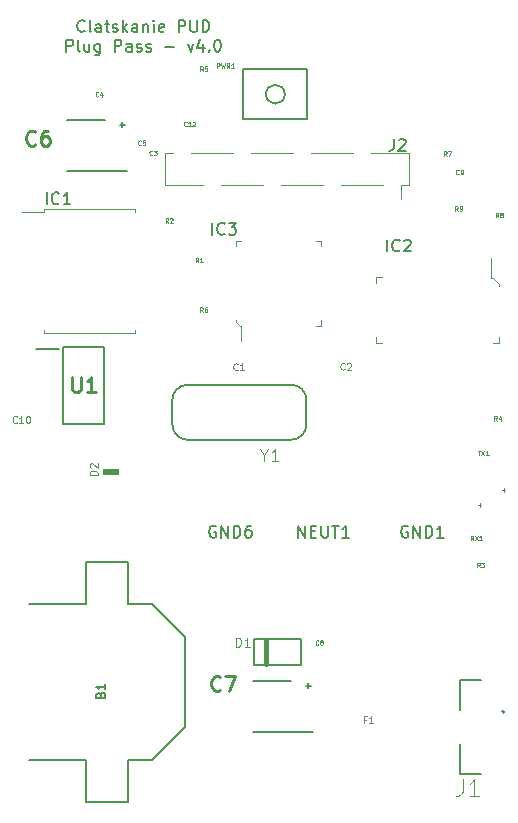
<source format=gto>
G04 #@! TF.GenerationSoftware,KiCad,Pcbnew,(5.1.10)-1*
G04 #@! TF.CreationDate,2021-10-14T14:39:51-07:00*
G04 #@! TF.ProjectId,Plug_Pass,506c7567-5f50-4617-9373-2e6b69636164,v3.1*
G04 #@! TF.SameCoordinates,Original*
G04 #@! TF.FileFunction,Legend,Top*
G04 #@! TF.FilePolarity,Positive*
%FSLAX46Y46*%
G04 Gerber Fmt 4.6, Leading zero omitted, Abs format (unit mm)*
G04 Created by KiCad (PCBNEW (5.1.10)-1) date 2021-10-14 14:39:51*
%MOMM*%
%LPD*%
G01*
G04 APERTURE LIST*
%ADD10C,0.150000*%
%ADD11C,0.200000*%
%ADD12C,0.010000*%
%ADD13C,0.100000*%
%ADD14C,0.127000*%
%ADD15C,0.120000*%
%ADD16C,0.406400*%
%ADD17C,0.203200*%
%ADD18C,0.254000*%
%ADD19C,0.015000*%
%ADD20C,0.038608*%
%ADD21C,0.050800*%
%ADD22C,0.046329*%
%ADD23C,0.061772*%
%ADD24C,0.138988*%
G04 APERTURE END LIST*
D10*
X139041809Y-51793142D02*
X138994190Y-51840761D01*
X138851333Y-51888380D01*
X138756095Y-51888380D01*
X138613238Y-51840761D01*
X138518000Y-51745523D01*
X138470380Y-51650285D01*
X138422761Y-51459809D01*
X138422761Y-51316952D01*
X138470380Y-51126476D01*
X138518000Y-51031238D01*
X138613238Y-50936000D01*
X138756095Y-50888380D01*
X138851333Y-50888380D01*
X138994190Y-50936000D01*
X139041809Y-50983619D01*
X139613238Y-51888380D02*
X139518000Y-51840761D01*
X139470380Y-51745523D01*
X139470380Y-50888380D01*
X140422761Y-51888380D02*
X140422761Y-51364571D01*
X140375142Y-51269333D01*
X140279904Y-51221714D01*
X140089428Y-51221714D01*
X139994190Y-51269333D01*
X140422761Y-51840761D02*
X140327523Y-51888380D01*
X140089428Y-51888380D01*
X139994190Y-51840761D01*
X139946571Y-51745523D01*
X139946571Y-51650285D01*
X139994190Y-51555047D01*
X140089428Y-51507428D01*
X140327523Y-51507428D01*
X140422761Y-51459809D01*
X140756095Y-51221714D02*
X141137047Y-51221714D01*
X140898952Y-50888380D02*
X140898952Y-51745523D01*
X140946571Y-51840761D01*
X141041809Y-51888380D01*
X141137047Y-51888380D01*
X141422761Y-51840761D02*
X141518000Y-51888380D01*
X141708476Y-51888380D01*
X141803714Y-51840761D01*
X141851333Y-51745523D01*
X141851333Y-51697904D01*
X141803714Y-51602666D01*
X141708476Y-51555047D01*
X141565619Y-51555047D01*
X141470380Y-51507428D01*
X141422761Y-51412190D01*
X141422761Y-51364571D01*
X141470380Y-51269333D01*
X141565619Y-51221714D01*
X141708476Y-51221714D01*
X141803714Y-51269333D01*
X142279904Y-51888380D02*
X142279904Y-50888380D01*
X142375142Y-51507428D02*
X142660857Y-51888380D01*
X142660857Y-51221714D02*
X142279904Y-51602666D01*
X143518000Y-51888380D02*
X143518000Y-51364571D01*
X143470380Y-51269333D01*
X143375142Y-51221714D01*
X143184666Y-51221714D01*
X143089428Y-51269333D01*
X143518000Y-51840761D02*
X143422761Y-51888380D01*
X143184666Y-51888380D01*
X143089428Y-51840761D01*
X143041809Y-51745523D01*
X143041809Y-51650285D01*
X143089428Y-51555047D01*
X143184666Y-51507428D01*
X143422761Y-51507428D01*
X143518000Y-51459809D01*
X143994190Y-51221714D02*
X143994190Y-51888380D01*
X143994190Y-51316952D02*
X144041809Y-51269333D01*
X144137047Y-51221714D01*
X144279904Y-51221714D01*
X144375142Y-51269333D01*
X144422761Y-51364571D01*
X144422761Y-51888380D01*
X144898952Y-51888380D02*
X144898952Y-51221714D01*
X144898952Y-50888380D02*
X144851333Y-50936000D01*
X144898952Y-50983619D01*
X144946571Y-50936000D01*
X144898952Y-50888380D01*
X144898952Y-50983619D01*
X145756095Y-51840761D02*
X145660857Y-51888380D01*
X145470380Y-51888380D01*
X145375142Y-51840761D01*
X145327523Y-51745523D01*
X145327523Y-51364571D01*
X145375142Y-51269333D01*
X145470380Y-51221714D01*
X145660857Y-51221714D01*
X145756095Y-51269333D01*
X145803714Y-51364571D01*
X145803714Y-51459809D01*
X145327523Y-51555047D01*
X146994190Y-51888380D02*
X146994190Y-50888380D01*
X147375142Y-50888380D01*
X147470380Y-50936000D01*
X147518000Y-50983619D01*
X147565619Y-51078857D01*
X147565619Y-51221714D01*
X147518000Y-51316952D01*
X147470380Y-51364571D01*
X147375142Y-51412190D01*
X146994190Y-51412190D01*
X147994190Y-50888380D02*
X147994190Y-51697904D01*
X148041809Y-51793142D01*
X148089428Y-51840761D01*
X148184666Y-51888380D01*
X148375142Y-51888380D01*
X148470380Y-51840761D01*
X148518000Y-51793142D01*
X148565619Y-51697904D01*
X148565619Y-50888380D01*
X149041809Y-51888380D02*
X149041809Y-50888380D01*
X149279904Y-50888380D01*
X149422761Y-50936000D01*
X149518000Y-51031238D01*
X149565619Y-51126476D01*
X149613238Y-51316952D01*
X149613238Y-51459809D01*
X149565619Y-51650285D01*
X149518000Y-51745523D01*
X149422761Y-51840761D01*
X149279904Y-51888380D01*
X149041809Y-51888380D01*
X137494190Y-53538380D02*
X137494190Y-52538380D01*
X137875142Y-52538380D01*
X137970380Y-52586000D01*
X138018000Y-52633619D01*
X138065619Y-52728857D01*
X138065619Y-52871714D01*
X138018000Y-52966952D01*
X137970380Y-53014571D01*
X137875142Y-53062190D01*
X137494190Y-53062190D01*
X138637047Y-53538380D02*
X138541809Y-53490761D01*
X138494190Y-53395523D01*
X138494190Y-52538380D01*
X139446571Y-52871714D02*
X139446571Y-53538380D01*
X139018000Y-52871714D02*
X139018000Y-53395523D01*
X139065619Y-53490761D01*
X139160857Y-53538380D01*
X139303714Y-53538380D01*
X139398952Y-53490761D01*
X139446571Y-53443142D01*
X140351333Y-52871714D02*
X140351333Y-53681238D01*
X140303714Y-53776476D01*
X140256095Y-53824095D01*
X140160857Y-53871714D01*
X140018000Y-53871714D01*
X139922761Y-53824095D01*
X140351333Y-53490761D02*
X140256095Y-53538380D01*
X140065619Y-53538380D01*
X139970380Y-53490761D01*
X139922761Y-53443142D01*
X139875142Y-53347904D01*
X139875142Y-53062190D01*
X139922761Y-52966952D01*
X139970380Y-52919333D01*
X140065619Y-52871714D01*
X140256095Y-52871714D01*
X140351333Y-52919333D01*
X141589428Y-53538380D02*
X141589428Y-52538380D01*
X141970380Y-52538380D01*
X142065619Y-52586000D01*
X142113238Y-52633619D01*
X142160857Y-52728857D01*
X142160857Y-52871714D01*
X142113238Y-52966952D01*
X142065619Y-53014571D01*
X141970380Y-53062190D01*
X141589428Y-53062190D01*
X143018000Y-53538380D02*
X143018000Y-53014571D01*
X142970380Y-52919333D01*
X142875142Y-52871714D01*
X142684666Y-52871714D01*
X142589428Y-52919333D01*
X143018000Y-53490761D02*
X142922761Y-53538380D01*
X142684666Y-53538380D01*
X142589428Y-53490761D01*
X142541809Y-53395523D01*
X142541809Y-53300285D01*
X142589428Y-53205047D01*
X142684666Y-53157428D01*
X142922761Y-53157428D01*
X143018000Y-53109809D01*
X143446571Y-53490761D02*
X143541809Y-53538380D01*
X143732285Y-53538380D01*
X143827523Y-53490761D01*
X143875142Y-53395523D01*
X143875142Y-53347904D01*
X143827523Y-53252666D01*
X143732285Y-53205047D01*
X143589428Y-53205047D01*
X143494190Y-53157428D01*
X143446571Y-53062190D01*
X143446571Y-53014571D01*
X143494190Y-52919333D01*
X143589428Y-52871714D01*
X143732285Y-52871714D01*
X143827523Y-52919333D01*
X144256095Y-53490761D02*
X144351333Y-53538380D01*
X144541809Y-53538380D01*
X144637047Y-53490761D01*
X144684666Y-53395523D01*
X144684666Y-53347904D01*
X144637047Y-53252666D01*
X144541809Y-53205047D01*
X144398952Y-53205047D01*
X144303714Y-53157428D01*
X144256095Y-53062190D01*
X144256095Y-53014571D01*
X144303714Y-52919333D01*
X144398952Y-52871714D01*
X144541809Y-52871714D01*
X144637047Y-52919333D01*
X145875142Y-53157428D02*
X146637047Y-53157428D01*
X147779904Y-52871714D02*
X148018000Y-53538380D01*
X148256095Y-52871714D01*
X149065619Y-52871714D02*
X149065619Y-53538380D01*
X148827523Y-52490761D02*
X148589428Y-53205047D01*
X149208476Y-53205047D01*
X149589428Y-53443142D02*
X149637047Y-53490761D01*
X149589428Y-53538380D01*
X149541809Y-53490761D01*
X149589428Y-53443142D01*
X149589428Y-53538380D01*
X150256095Y-52538380D02*
X150351333Y-52538380D01*
X150446571Y-52586000D01*
X150494190Y-52633619D01*
X150541809Y-52728857D01*
X150589428Y-52919333D01*
X150589428Y-53157428D01*
X150541809Y-53347904D01*
X150494190Y-53443142D01*
X150446571Y-53490761D01*
X150351333Y-53538380D01*
X150256095Y-53538380D01*
X150160857Y-53490761D01*
X150113238Y-53443142D01*
X150065619Y-53347904D01*
X150017999Y-53157428D01*
X150017999Y-52919333D01*
X150065619Y-52728857D01*
X150113238Y-52633619D01*
X150160857Y-52586000D01*
X150256095Y-52538380D01*
D11*
X137213000Y-78538000D02*
X140663000Y-78538000D01*
X140663000Y-78538000D02*
X140663000Y-85038000D01*
X140663000Y-85038000D02*
X137213000Y-85038000D01*
X137213000Y-85038000D02*
X137213000Y-78538000D01*
X134913000Y-78688000D02*
X136863000Y-78688000D01*
D12*
G36*
X140599000Y-89271028D02*
G01*
X140599000Y-88846000D01*
X141849028Y-88846000D01*
X141849028Y-89271028D01*
X140599000Y-89271028D01*
G37*
X140599000Y-89271028D02*
X140599000Y-88846000D01*
X141849028Y-88846000D01*
X141849028Y-89271028D01*
X140599000Y-89271028D01*
D13*
X163710000Y-72638000D02*
X164210000Y-72638000D01*
X163710000Y-72638000D02*
X163710000Y-73138000D01*
X163710000Y-78238000D02*
X164210000Y-78238000D01*
X163710000Y-78238000D02*
X163710000Y-77738000D01*
X174110000Y-78238000D02*
X173610000Y-78238000D01*
X174110000Y-78238000D02*
X174110000Y-77738000D01*
X173435000Y-72688000D02*
X173435000Y-71013000D01*
X173585000Y-72688000D02*
X173435000Y-72688000D01*
X174110000Y-73213000D02*
X173585000Y-72688000D01*
X174110000Y-73388000D02*
X174110000Y-73213000D01*
X159048000Y-76752000D02*
X158598000Y-76752000D01*
X159048000Y-76752000D02*
X159048000Y-76302000D01*
X159048000Y-69552000D02*
X159048000Y-70002000D01*
X159048000Y-69552000D02*
X158598000Y-69552000D01*
X151848000Y-69552000D02*
X152298000Y-69552000D01*
X151848000Y-69552000D02*
X151848000Y-70002000D01*
X152298000Y-76752000D02*
X152298000Y-78052000D01*
X152198000Y-76752000D02*
X152298000Y-76752000D01*
X151848000Y-76402000D02*
X152198000Y-76752000D01*
X151848000Y-76302000D02*
X151848000Y-76402000D01*
D14*
X156551000Y-86404000D02*
X147741000Y-86404000D01*
X157821000Y-83064000D02*
X157821000Y-85084000D01*
X147741000Y-81744000D02*
X156551000Y-81744000D01*
X146471000Y-85084000D02*
X146471000Y-83064000D01*
X147741000Y-86404000D02*
G75*
G02*
X146471000Y-85084000I25000J1295000D01*
G01*
X157821000Y-85084000D02*
G75*
G02*
X156551000Y-86404000I-1295000J-25000D01*
G01*
X156551000Y-81744000D02*
G75*
G02*
X157821000Y-83064000I-25000J-1295000D01*
G01*
X146471000Y-83064000D02*
G75*
G02*
X147741000Y-81744000I1295000J25000D01*
G01*
X157894000Y-55050000D02*
X152494000Y-55050000D01*
X157894000Y-59250000D02*
X157894000Y-55050000D01*
X152494000Y-59250000D02*
X157894000Y-59250000D01*
X152494000Y-55050000D02*
X152494000Y-59250000D01*
X155994000Y-57150000D02*
G75*
G03*
X155994000Y-57150000I-800000J0D01*
G01*
D15*
X165860000Y-64830000D02*
X165860000Y-66040000D01*
X146560000Y-62170000D02*
X145890000Y-62170000D01*
X151640000Y-62170000D02*
X148080000Y-62170000D01*
X156720000Y-62170000D02*
X153160000Y-62170000D01*
X161800000Y-62170000D02*
X158240000Y-62170000D01*
X166530000Y-62170000D02*
X163320000Y-62170000D01*
X145890000Y-62170000D02*
X145890000Y-64830000D01*
X149100000Y-64830000D02*
X145890000Y-64830000D01*
X154180000Y-64830000D02*
X150620000Y-64830000D01*
X159260000Y-64830000D02*
X155700000Y-64830000D01*
X164340000Y-64830000D02*
X160780000Y-64830000D01*
X166530000Y-64830000D02*
X165860000Y-64830000D01*
X166530000Y-62170000D02*
X166530000Y-64830000D01*
D11*
X174582000Y-109444000D02*
G75*
G03*
X174582000Y-109444000I-100000J0D01*
G01*
D14*
X170832000Y-114744000D02*
X170832000Y-112164000D01*
X172612000Y-114744000D02*
X170832000Y-114744000D01*
X170832000Y-106744000D02*
X170832000Y-109324000D01*
X172612000Y-106744000D02*
X170832000Y-106744000D01*
D15*
X135586000Y-67131000D02*
X133771000Y-67131000D01*
X135586000Y-66876000D02*
X135586000Y-67131000D01*
X139446000Y-66876000D02*
X135586000Y-66876000D01*
X143306000Y-66876000D02*
X143306000Y-67131000D01*
X139446000Y-66876000D02*
X143306000Y-66876000D01*
X135586000Y-77396000D02*
X135586000Y-77141000D01*
X139446000Y-77396000D02*
X135586000Y-77396000D01*
X143306000Y-77396000D02*
X143306000Y-77141000D01*
X139446000Y-77396000D02*
X143306000Y-77396000D01*
D16*
X154386000Y-103394000D02*
X154386000Y-105394000D01*
D14*
X153386000Y-103294000D02*
X153386000Y-105494000D01*
X157386000Y-103294000D02*
X153386000Y-103294000D01*
X157386000Y-105494000D02*
X157386000Y-103294000D01*
X153386000Y-105494000D02*
X157386000Y-105494000D01*
D11*
X156523000Y-106816000D02*
X153298000Y-106816000D01*
X158398000Y-111116000D02*
X153298000Y-111116000D01*
X140775000Y-59318000D02*
X137550000Y-59318000D01*
X142650000Y-63618000D02*
X137550000Y-63618000D01*
D17*
X139192000Y-117094000D02*
X142748000Y-117094000D01*
X139192000Y-113538000D02*
X139192000Y-117094000D01*
X134366000Y-113538000D02*
X139192000Y-113538000D01*
X139192000Y-100330000D02*
X134366000Y-100330000D01*
X139192000Y-96774000D02*
X139192000Y-100330000D01*
X142748000Y-96774000D02*
X139192000Y-96774000D01*
X142748000Y-100330000D02*
X142748000Y-96774000D01*
X144780000Y-100330000D02*
X142748000Y-100330000D01*
X147574000Y-103124000D02*
X144780000Y-100330000D01*
X147574000Y-110744000D02*
X147574000Y-103124000D01*
X144780000Y-113538000D02*
X147574000Y-110744000D01*
X142748000Y-113538000D02*
X144780000Y-113538000D01*
X142748000Y-117094000D02*
X142748000Y-113538000D01*
D18*
X137970380Y-81092523D02*
X137970380Y-82120619D01*
X138030857Y-82241571D01*
X138091333Y-82302047D01*
X138212285Y-82362523D01*
X138454190Y-82362523D01*
X138575142Y-82302047D01*
X138635619Y-82241571D01*
X138696095Y-82120619D01*
X138696095Y-81092523D01*
X139966095Y-82362523D02*
X139240380Y-82362523D01*
X139603238Y-82362523D02*
X139603238Y-81092523D01*
X139482285Y-81273952D01*
X139361333Y-81394904D01*
X139240380Y-81455380D01*
D19*
X140135380Y-89387571D02*
X139494354Y-89387571D01*
X139494354Y-89234946D01*
X139524880Y-89143370D01*
X139585930Y-89082320D01*
X139646980Y-89051795D01*
X139769080Y-89021270D01*
X139860655Y-89021270D01*
X139982755Y-89051795D01*
X140043805Y-89082320D01*
X140104855Y-89143370D01*
X140135380Y-89234946D01*
X140135380Y-89387571D01*
X139555405Y-88777070D02*
X139524880Y-88746545D01*
X139494354Y-88685495D01*
X139494354Y-88532869D01*
X139524880Y-88471819D01*
X139555405Y-88441294D01*
X139616455Y-88410769D01*
X139677505Y-88410769D01*
X139769080Y-88441294D01*
X140135380Y-88807595D01*
X140135380Y-88410769D01*
D10*
X164667024Y-70466159D02*
X164667024Y-69466159D01*
X165714643Y-70370921D02*
X165667024Y-70418540D01*
X165524167Y-70466159D01*
X165428929Y-70466159D01*
X165286072Y-70418540D01*
X165190834Y-70323302D01*
X165143215Y-70228064D01*
X165095595Y-70037588D01*
X165095595Y-69894731D01*
X165143215Y-69704255D01*
X165190834Y-69609017D01*
X165286072Y-69513779D01*
X165428929Y-69466159D01*
X165524167Y-69466159D01*
X165667024Y-69513779D01*
X165714643Y-69561398D01*
X166095595Y-69561398D02*
X166143215Y-69513779D01*
X166238453Y-69466159D01*
X166476548Y-69466159D01*
X166571786Y-69513779D01*
X166619405Y-69561398D01*
X166667024Y-69656636D01*
X166667024Y-69751874D01*
X166619405Y-69894731D01*
X166047976Y-70466159D01*
X166667024Y-70466159D01*
X149847851Y-69049556D02*
X149847851Y-68049556D01*
X150895470Y-68954318D02*
X150847851Y-69001937D01*
X150704994Y-69049556D01*
X150609756Y-69049556D01*
X150466899Y-69001937D01*
X150371661Y-68906699D01*
X150324042Y-68811461D01*
X150276422Y-68620985D01*
X150276422Y-68478128D01*
X150324042Y-68287652D01*
X150371661Y-68192414D01*
X150466899Y-68097176D01*
X150609756Y-68049556D01*
X150704994Y-68049556D01*
X150847851Y-68097176D01*
X150895470Y-68144795D01*
X151228803Y-68049556D02*
X151847851Y-68049556D01*
X151514518Y-68430509D01*
X151657375Y-68430509D01*
X151752613Y-68478128D01*
X151800232Y-68525747D01*
X151847851Y-68620985D01*
X151847851Y-68859080D01*
X151800232Y-68954318D01*
X151752613Y-69001937D01*
X151657375Y-69049556D01*
X151371661Y-69049556D01*
X151276422Y-69001937D01*
X151228803Y-68954318D01*
D19*
X154266508Y-87688106D02*
X154266508Y-88164682D01*
X153932904Y-87163871D02*
X154266508Y-87688106D01*
X154600112Y-87163871D01*
X155457950Y-88164682D02*
X154886058Y-88164682D01*
X155172004Y-88164682D02*
X155172004Y-87163871D01*
X155076688Y-87306844D01*
X154981373Y-87402160D01*
X154886058Y-87449817D01*
D20*
X172325553Y-87338441D02*
X172546170Y-87338441D01*
X172435861Y-87724521D02*
X172435861Y-87338441D01*
X172638094Y-87338441D02*
X172895480Y-87724521D01*
X172895480Y-87338441D02*
X172638094Y-87724521D01*
X173244791Y-87724521D02*
X173024174Y-87724521D01*
X173134482Y-87724521D02*
X173134482Y-87338441D01*
X173097713Y-87393595D01*
X173060943Y-87430365D01*
X173024174Y-87448749D01*
D21*
X174525214Y-90823142D02*
X174525214Y-90532857D01*
X174670357Y-90678000D02*
X174380071Y-90678000D01*
D20*
X171955226Y-94910152D02*
X171826533Y-94726304D01*
X171734609Y-94910152D02*
X171734609Y-94524072D01*
X171881687Y-94524072D01*
X171918457Y-94542457D01*
X171936841Y-94560841D01*
X171955226Y-94597611D01*
X171955226Y-94652765D01*
X171936841Y-94689535D01*
X171918457Y-94707919D01*
X171881687Y-94726304D01*
X171734609Y-94726304D01*
X172083920Y-94524072D02*
X172341306Y-94910152D01*
X172341306Y-94524072D02*
X172083920Y-94910152D01*
X172690617Y-94910152D02*
X172470000Y-94910152D01*
X172580308Y-94910152D02*
X172580308Y-94524072D01*
X172543539Y-94579226D01*
X172506769Y-94615996D01*
X172470000Y-94634380D01*
D21*
X172493214Y-92093142D02*
X172493214Y-91802857D01*
X172638357Y-91948000D02*
X172348071Y-91948000D01*
D20*
X149052210Y-75589063D02*
X148923516Y-75405215D01*
X148831593Y-75589063D02*
X148831593Y-75202983D01*
X148978671Y-75202983D01*
X149015440Y-75221368D01*
X149033825Y-75239752D01*
X149052210Y-75276522D01*
X149052210Y-75331676D01*
X149033825Y-75368446D01*
X149015440Y-75386830D01*
X148978671Y-75405215D01*
X148831593Y-75405215D01*
X149383135Y-75202983D02*
X149309596Y-75202983D01*
X149272827Y-75221368D01*
X149254442Y-75239752D01*
X149217673Y-75294907D01*
X149199288Y-75368446D01*
X149199288Y-75515524D01*
X149217673Y-75552293D01*
X149236057Y-75570678D01*
X149272827Y-75589063D01*
X149346366Y-75589063D01*
X149383135Y-75570678D01*
X149401520Y-75552293D01*
X149419905Y-75515524D01*
X149419905Y-75423600D01*
X149401520Y-75386830D01*
X149383135Y-75368446D01*
X149346366Y-75350061D01*
X149272827Y-75350061D01*
X149236057Y-75368446D01*
X149217673Y-75386830D01*
X149199288Y-75423600D01*
X149072936Y-55187721D02*
X148944242Y-55003873D01*
X148852319Y-55187721D02*
X148852319Y-54801641D01*
X148999397Y-54801641D01*
X149036166Y-54820026D01*
X149054551Y-54838410D01*
X149072936Y-54875180D01*
X149072936Y-54930334D01*
X149054551Y-54967104D01*
X149036166Y-54985488D01*
X148999397Y-55003873D01*
X148852319Y-55003873D01*
X149422246Y-54801641D02*
X149238399Y-54801641D01*
X149220014Y-54985488D01*
X149238399Y-54967104D01*
X149275168Y-54948719D01*
X149367092Y-54948719D01*
X149403861Y-54967104D01*
X149422246Y-54985488D01*
X149440631Y-55022258D01*
X149440631Y-55114182D01*
X149422246Y-55150951D01*
X149403861Y-55169336D01*
X149367092Y-55187721D01*
X149275168Y-55187721D01*
X149238399Y-55169336D01*
X149220014Y-55150951D01*
X173945592Y-84778856D02*
X173816899Y-84595008D01*
X173724975Y-84778856D02*
X173724975Y-84392776D01*
X173872053Y-84392776D01*
X173908822Y-84411161D01*
X173927207Y-84429545D01*
X173945592Y-84466315D01*
X173945592Y-84521469D01*
X173927207Y-84558239D01*
X173908822Y-84576623D01*
X173872053Y-84595008D01*
X173724975Y-84595008D01*
X174276518Y-84521469D02*
X174276518Y-84778856D01*
X174184594Y-84374391D02*
X174092670Y-84650162D01*
X174331672Y-84650162D01*
X172509050Y-97205676D02*
X172380356Y-97021828D01*
X172288433Y-97205676D02*
X172288433Y-96819596D01*
X172435511Y-96819596D01*
X172472280Y-96837981D01*
X172490665Y-96856365D01*
X172509050Y-96893135D01*
X172509050Y-96948289D01*
X172490665Y-96985059D01*
X172472280Y-97003443D01*
X172435511Y-97021828D01*
X172288433Y-97021828D01*
X172637743Y-96819596D02*
X172876745Y-96819596D01*
X172748052Y-96966674D01*
X172803206Y-96966674D01*
X172839975Y-96985059D01*
X172858360Y-97003443D01*
X172876745Y-97040213D01*
X172876745Y-97132137D01*
X172858360Y-97168906D01*
X172839975Y-97187291D01*
X172803206Y-97205676D01*
X172692897Y-97205676D01*
X172656128Y-97187291D01*
X172637743Y-97168906D01*
X146129725Y-68038772D02*
X146001031Y-67854924D01*
X145909108Y-68038772D02*
X145909108Y-67652692D01*
X146056186Y-67652692D01*
X146092955Y-67671077D01*
X146111340Y-67689461D01*
X146129725Y-67726231D01*
X146129725Y-67781385D01*
X146111340Y-67818155D01*
X146092955Y-67836539D01*
X146056186Y-67854924D01*
X145909108Y-67854924D01*
X146276803Y-67689461D02*
X146295188Y-67671077D01*
X146331957Y-67652692D01*
X146423881Y-67652692D01*
X146460650Y-67671077D01*
X146479035Y-67689461D01*
X146497420Y-67726231D01*
X146497420Y-67763000D01*
X146479035Y-67818155D01*
X146258418Y-68038772D01*
X146497420Y-68038772D01*
X148656965Y-71399534D02*
X148528271Y-71215686D01*
X148436348Y-71399534D02*
X148436348Y-71013454D01*
X148583426Y-71013454D01*
X148620195Y-71031839D01*
X148638580Y-71050223D01*
X148656965Y-71086993D01*
X148656965Y-71142147D01*
X148638580Y-71178917D01*
X148620195Y-71197301D01*
X148583426Y-71215686D01*
X148436348Y-71215686D01*
X149024660Y-71399534D02*
X148804043Y-71399534D01*
X148914351Y-71399534D02*
X148914351Y-71013454D01*
X148877582Y-71068608D01*
X148840812Y-71105378D01*
X148804043Y-71123762D01*
X150261184Y-54924657D02*
X150261184Y-54538577D01*
X150408262Y-54538577D01*
X150445031Y-54556962D01*
X150463416Y-54575346D01*
X150481801Y-54612116D01*
X150481801Y-54667270D01*
X150463416Y-54704040D01*
X150445031Y-54722424D01*
X150408262Y-54740809D01*
X150261184Y-54740809D01*
X150610494Y-54538577D02*
X150702418Y-54924657D01*
X150775957Y-54648885D01*
X150849496Y-54924657D01*
X150941420Y-54538577D01*
X151309115Y-54924657D02*
X151180422Y-54740809D01*
X151088498Y-54924657D02*
X151088498Y-54538577D01*
X151235576Y-54538577D01*
X151272345Y-54556962D01*
X151290730Y-54575346D01*
X151309115Y-54612116D01*
X151309115Y-54667270D01*
X151290730Y-54704040D01*
X151272345Y-54722424D01*
X151235576Y-54740809D01*
X151088498Y-54740809D01*
X151676810Y-54924657D02*
X151456193Y-54924657D01*
X151566502Y-54924657D02*
X151566502Y-54538577D01*
X151529732Y-54593731D01*
X151492963Y-54630501D01*
X151456193Y-54648885D01*
D10*
X157138952Y-94686380D02*
X157138952Y-93686380D01*
X157710380Y-94686380D01*
X157710380Y-93686380D01*
X158186571Y-94162571D02*
X158519904Y-94162571D01*
X158662761Y-94686380D02*
X158186571Y-94686380D01*
X158186571Y-93686380D01*
X158662761Y-93686380D01*
X159091333Y-93686380D02*
X159091333Y-94495904D01*
X159138952Y-94591142D01*
X159186571Y-94638761D01*
X159281809Y-94686380D01*
X159472285Y-94686380D01*
X159567523Y-94638761D01*
X159615142Y-94591142D01*
X159662761Y-94495904D01*
X159662761Y-93686380D01*
X159996095Y-93686380D02*
X160567523Y-93686380D01*
X160281809Y-94686380D02*
X160281809Y-93686380D01*
X161424666Y-94686380D02*
X160853238Y-94686380D01*
X161138952Y-94686380D02*
X161138952Y-93686380D01*
X161043714Y-93829238D01*
X160948476Y-93924476D01*
X160853238Y-93972095D01*
X165218084Y-60950452D02*
X165218084Y-61664738D01*
X165170465Y-61807595D01*
X165075227Y-61902833D01*
X164932370Y-61950452D01*
X164837132Y-61950452D01*
X165646656Y-61045691D02*
X165694275Y-60998072D01*
X165789513Y-60950452D01*
X166027608Y-60950452D01*
X166122846Y-60998072D01*
X166170465Y-61045691D01*
X166218084Y-61140929D01*
X166218084Y-61236167D01*
X166170465Y-61379024D01*
X165599037Y-61950452D01*
X166218084Y-61950452D01*
D19*
X171042424Y-115142043D02*
X171042424Y-116142043D01*
X170975757Y-116342043D01*
X170842424Y-116475376D01*
X170642424Y-116542043D01*
X170509091Y-116542043D01*
X172442424Y-116542043D02*
X171642424Y-116542043D01*
X172042424Y-116542043D02*
X172042424Y-115142043D01*
X171909091Y-115342043D01*
X171775757Y-115475376D01*
X171642424Y-115542043D01*
D10*
X135831902Y-66464200D02*
X135831902Y-65464200D01*
X136879521Y-66368962D02*
X136831902Y-66416581D01*
X136689045Y-66464200D01*
X136593807Y-66464200D01*
X136450950Y-66416581D01*
X136355712Y-66321343D01*
X136308093Y-66226105D01*
X136260473Y-66035629D01*
X136260473Y-65892772D01*
X136308093Y-65702296D01*
X136355712Y-65607058D01*
X136450950Y-65511820D01*
X136593807Y-65464200D01*
X136689045Y-65464200D01*
X136831902Y-65511820D01*
X136879521Y-65559439D01*
X137831902Y-66464200D02*
X137260473Y-66464200D01*
X137546188Y-66464200D02*
X137546188Y-65464200D01*
X137450950Y-65607058D01*
X137355712Y-65702296D01*
X137260473Y-65749915D01*
X166401904Y-93734000D02*
X166306666Y-93686380D01*
X166163809Y-93686380D01*
X166020952Y-93734000D01*
X165925714Y-93829238D01*
X165878095Y-93924476D01*
X165830476Y-94114952D01*
X165830476Y-94257809D01*
X165878095Y-94448285D01*
X165925714Y-94543523D01*
X166020952Y-94638761D01*
X166163809Y-94686380D01*
X166259047Y-94686380D01*
X166401904Y-94638761D01*
X166449523Y-94591142D01*
X166449523Y-94257809D01*
X166259047Y-94257809D01*
X166878095Y-94686380D02*
X166878095Y-93686380D01*
X167449523Y-94686380D01*
X167449523Y-93686380D01*
X167925714Y-94686380D02*
X167925714Y-93686380D01*
X168163809Y-93686380D01*
X168306666Y-93734000D01*
X168401904Y-93829238D01*
X168449523Y-93924476D01*
X168497142Y-94114952D01*
X168497142Y-94257809D01*
X168449523Y-94448285D01*
X168401904Y-94543523D01*
X168306666Y-94638761D01*
X168163809Y-94686380D01*
X167925714Y-94686380D01*
X169449523Y-94686380D02*
X168878095Y-94686380D01*
X169163809Y-94686380D02*
X169163809Y-93686380D01*
X169068571Y-93829238D01*
X168973333Y-93924476D01*
X168878095Y-93972095D01*
D22*
X162879871Y-110114469D02*
X162686831Y-110114469D01*
X162686831Y-110417817D02*
X162686831Y-109838697D01*
X162962602Y-109838697D01*
X163486568Y-110417817D02*
X163155642Y-110417817D01*
X163321105Y-110417817D02*
X163321105Y-109838697D01*
X163265951Y-109921429D01*
X163210797Y-109976583D01*
X163155642Y-110004160D01*
D23*
X151871446Y-103925121D02*
X151871446Y-103152961D01*
X152055294Y-103152961D01*
X152165602Y-103189731D01*
X152239141Y-103263270D01*
X152275911Y-103336809D01*
X152312680Y-103483887D01*
X152312680Y-103594195D01*
X152275911Y-103741273D01*
X152239141Y-103814812D01*
X152165602Y-103888351D01*
X152055294Y-103925121D01*
X151871446Y-103925121D01*
X153048071Y-103925121D02*
X152606836Y-103925121D01*
X152827454Y-103925121D02*
X152827454Y-103152961D01*
X152753914Y-103263270D01*
X152680375Y-103336809D01*
X152606836Y-103373578D01*
D20*
X147677225Y-59816009D02*
X147658840Y-59834394D01*
X147603686Y-59852779D01*
X147566916Y-59852779D01*
X147511762Y-59834394D01*
X147474992Y-59797624D01*
X147456608Y-59760855D01*
X147438223Y-59687316D01*
X147438223Y-59632162D01*
X147456608Y-59558623D01*
X147474992Y-59521853D01*
X147511762Y-59485084D01*
X147566916Y-59466699D01*
X147603686Y-59466699D01*
X147658840Y-59485084D01*
X147677225Y-59503468D01*
X148044920Y-59852779D02*
X147824303Y-59852779D01*
X147934611Y-59852779D02*
X147934611Y-59466699D01*
X147897842Y-59521853D01*
X147861072Y-59558623D01*
X147824303Y-59577007D01*
X148191998Y-59503468D02*
X148210383Y-59485084D01*
X148247152Y-59466699D01*
X148339076Y-59466699D01*
X148375846Y-59485084D01*
X148394230Y-59503468D01*
X148412615Y-59540238D01*
X148412615Y-59577007D01*
X148394230Y-59632162D01*
X148173613Y-59852779D01*
X148412615Y-59852779D01*
D22*
X133306053Y-84927415D02*
X133278476Y-84954992D01*
X133195744Y-84982569D01*
X133140590Y-84982569D01*
X133057858Y-84954992D01*
X133002704Y-84899838D01*
X132975127Y-84844684D01*
X132947550Y-84734375D01*
X132947550Y-84651644D01*
X132975127Y-84541335D01*
X133002704Y-84486181D01*
X133057858Y-84431027D01*
X133140590Y-84403449D01*
X133195744Y-84403449D01*
X133278476Y-84431027D01*
X133306053Y-84458604D01*
X133857596Y-84982569D02*
X133526670Y-84982569D01*
X133692133Y-84982569D02*
X133692133Y-84403449D01*
X133636978Y-84486181D01*
X133581824Y-84541335D01*
X133526670Y-84568912D01*
X134216098Y-84403449D02*
X134271253Y-84403449D01*
X134326407Y-84431027D01*
X134353984Y-84458604D01*
X134381561Y-84513758D01*
X134409138Y-84624067D01*
X134409138Y-84761952D01*
X134381561Y-84872261D01*
X134353984Y-84927415D01*
X134326407Y-84954992D01*
X134271253Y-84982569D01*
X134216098Y-84982569D01*
X134160944Y-84954992D01*
X134133367Y-84927415D01*
X134105790Y-84872261D01*
X134078213Y-84761952D01*
X134078213Y-84624067D01*
X134105790Y-84513758D01*
X134133367Y-84458604D01*
X134160944Y-84431027D01*
X134216098Y-84403449D01*
D20*
X170730152Y-63896807D02*
X170711767Y-63915192D01*
X170656613Y-63933577D01*
X170619843Y-63933577D01*
X170564689Y-63915192D01*
X170527919Y-63878422D01*
X170509535Y-63841653D01*
X170491150Y-63768114D01*
X170491150Y-63712960D01*
X170509535Y-63639421D01*
X170527919Y-63602651D01*
X170564689Y-63565882D01*
X170619843Y-63547497D01*
X170656613Y-63547497D01*
X170711767Y-63565882D01*
X170730152Y-63584266D01*
X170913999Y-63933577D02*
X170987538Y-63933577D01*
X171024308Y-63915192D01*
X171042693Y-63896807D01*
X171079462Y-63841653D01*
X171097847Y-63768114D01*
X171097847Y-63621036D01*
X171079462Y-63584266D01*
X171061077Y-63565882D01*
X171024308Y-63547497D01*
X170950769Y-63547497D01*
X170913999Y-63565882D01*
X170895615Y-63584266D01*
X170877230Y-63621036D01*
X170877230Y-63712960D01*
X170895615Y-63749729D01*
X170913999Y-63768114D01*
X170950769Y-63786499D01*
X171024308Y-63786499D01*
X171061077Y-63768114D01*
X171079462Y-63749729D01*
X171097847Y-63712960D01*
X158836803Y-103738255D02*
X158818418Y-103756640D01*
X158763264Y-103775025D01*
X158726494Y-103775025D01*
X158671340Y-103756640D01*
X158634570Y-103719870D01*
X158616186Y-103683101D01*
X158597801Y-103609562D01*
X158597801Y-103554408D01*
X158616186Y-103480869D01*
X158634570Y-103444099D01*
X158671340Y-103407330D01*
X158726494Y-103388945D01*
X158763264Y-103388945D01*
X158818418Y-103407330D01*
X158836803Y-103425714D01*
X159057420Y-103554408D02*
X159020650Y-103536023D01*
X159002266Y-103517638D01*
X158983881Y-103480869D01*
X158983881Y-103462484D01*
X159002266Y-103425714D01*
X159020650Y-103407330D01*
X159057420Y-103388945D01*
X159130959Y-103388945D01*
X159167728Y-103407330D01*
X159186113Y-103425714D01*
X159204498Y-103462484D01*
X159204498Y-103480869D01*
X159186113Y-103517638D01*
X159167728Y-103536023D01*
X159130959Y-103554408D01*
X159057420Y-103554408D01*
X159020650Y-103572792D01*
X159002266Y-103591177D01*
X158983881Y-103627947D01*
X158983881Y-103701486D01*
X159002266Y-103738255D01*
X159020650Y-103756640D01*
X159057420Y-103775025D01*
X159130959Y-103775025D01*
X159167728Y-103756640D01*
X159186113Y-103738255D01*
X159204498Y-103701486D01*
X159204498Y-103627947D01*
X159186113Y-103591177D01*
X159167728Y-103572792D01*
X159130959Y-103554408D01*
D18*
X150542777Y-107555375D02*
X150482301Y-107615851D01*
X150300872Y-107676327D01*
X150179920Y-107676327D01*
X149998491Y-107615851D01*
X149877539Y-107494899D01*
X149817063Y-107373946D01*
X149756586Y-107132042D01*
X149756586Y-106950613D01*
X149817063Y-106708708D01*
X149877539Y-106587756D01*
X149998491Y-106466804D01*
X150179920Y-106406327D01*
X150300872Y-106406327D01*
X150482301Y-106466804D01*
X150542777Y-106527280D01*
X150966110Y-106406327D02*
X151812777Y-106406327D01*
X151268491Y-107676327D01*
D14*
X157794476Y-107224285D02*
X158181523Y-107224285D01*
X157988000Y-107417809D02*
X157988000Y-107030761D01*
D18*
X134876681Y-61387149D02*
X134816205Y-61447625D01*
X134634776Y-61508101D01*
X134513824Y-61508101D01*
X134332395Y-61447625D01*
X134211443Y-61326673D01*
X134150967Y-61205720D01*
X134090490Y-60963816D01*
X134090490Y-60782387D01*
X134150967Y-60540482D01*
X134211443Y-60419530D01*
X134332395Y-60298578D01*
X134513824Y-60238101D01*
X134634776Y-60238101D01*
X134816205Y-60298578D01*
X134876681Y-60359054D01*
X135965252Y-60238101D02*
X135723348Y-60238101D01*
X135602395Y-60298578D01*
X135541919Y-60359054D01*
X135420967Y-60540482D01*
X135360490Y-60782387D01*
X135360490Y-61266197D01*
X135420967Y-61387149D01*
X135481443Y-61447625D01*
X135602395Y-61508101D01*
X135844300Y-61508101D01*
X135965252Y-61447625D01*
X136025728Y-61387149D01*
X136086205Y-61266197D01*
X136086205Y-60963816D01*
X136025728Y-60842863D01*
X135965252Y-60782387D01*
X135844300Y-60721911D01*
X135602395Y-60721911D01*
X135481443Y-60782387D01*
X135420967Y-60842863D01*
X135360490Y-60963816D01*
D14*
X142046476Y-59726285D02*
X142433523Y-59726285D01*
X142240000Y-59919809D02*
X142240000Y-59532761D01*
D20*
X143805670Y-61412845D02*
X143787285Y-61431230D01*
X143732131Y-61449615D01*
X143695361Y-61449615D01*
X143640207Y-61431230D01*
X143603438Y-61394460D01*
X143585053Y-61357691D01*
X143566668Y-61284152D01*
X143566668Y-61228998D01*
X143585053Y-61155459D01*
X143603438Y-61118689D01*
X143640207Y-61081920D01*
X143695361Y-61063535D01*
X143732131Y-61063535D01*
X143787285Y-61081920D01*
X143805670Y-61100304D01*
X144154980Y-61063535D02*
X143971133Y-61063535D01*
X143952748Y-61247382D01*
X143971133Y-61228998D01*
X144007902Y-61210613D01*
X144099826Y-61210613D01*
X144136596Y-61228998D01*
X144154980Y-61247382D01*
X144173365Y-61284152D01*
X144173365Y-61376076D01*
X144154980Y-61412845D01*
X144136596Y-61431230D01*
X144099826Y-61449615D01*
X144007902Y-61449615D01*
X143971133Y-61431230D01*
X143952748Y-61412845D01*
X140204808Y-57311672D02*
X140186423Y-57330057D01*
X140131269Y-57348442D01*
X140094499Y-57348442D01*
X140039345Y-57330057D01*
X140002576Y-57293287D01*
X139984191Y-57256518D01*
X139965806Y-57182979D01*
X139965806Y-57127825D01*
X139984191Y-57054286D01*
X140002576Y-57017516D01*
X140039345Y-56980747D01*
X140094499Y-56962362D01*
X140131269Y-56962362D01*
X140186423Y-56980747D01*
X140204808Y-56999131D01*
X140535734Y-57091055D02*
X140535734Y-57348442D01*
X140443810Y-56943977D02*
X140351886Y-57219748D01*
X140590888Y-57219748D01*
X144773962Y-62268860D02*
X144755577Y-62287245D01*
X144700423Y-62305630D01*
X144663653Y-62305630D01*
X144608499Y-62287245D01*
X144571729Y-62250475D01*
X144553345Y-62213706D01*
X144534960Y-62140167D01*
X144534960Y-62085013D01*
X144553345Y-62011474D01*
X144571729Y-61974704D01*
X144608499Y-61937935D01*
X144663653Y-61919550D01*
X144700423Y-61919550D01*
X144755577Y-61937935D01*
X144773962Y-61956319D01*
X144902655Y-61919550D02*
X145141657Y-61919550D01*
X145012964Y-62066628D01*
X145068118Y-62066628D01*
X145104887Y-62085013D01*
X145123272Y-62103397D01*
X145141657Y-62140167D01*
X145141657Y-62232091D01*
X145123272Y-62268860D01*
X145104887Y-62287245D01*
X145068118Y-62305630D01*
X144957809Y-62305630D01*
X144921040Y-62287245D01*
X144902655Y-62268860D01*
D22*
X161047163Y-80429429D02*
X161019586Y-80457006D01*
X160936855Y-80484583D01*
X160881700Y-80484583D01*
X160798969Y-80457006D01*
X160743815Y-80401852D01*
X160716238Y-80346698D01*
X160688660Y-80236389D01*
X160688660Y-80153658D01*
X160716238Y-80043349D01*
X160743815Y-79988195D01*
X160798969Y-79933041D01*
X160881700Y-79905463D01*
X160936855Y-79905463D01*
X161019586Y-79933041D01*
X161047163Y-79960618D01*
X161267780Y-79960618D02*
X161295358Y-79933041D01*
X161350512Y-79905463D01*
X161488398Y-79905463D01*
X161543552Y-79933041D01*
X161571129Y-79960618D01*
X161598706Y-80015772D01*
X161598706Y-80070926D01*
X161571129Y-80153658D01*
X161240203Y-80484583D01*
X161598706Y-80484583D01*
X152002131Y-80462237D02*
X151974554Y-80489814D01*
X151891822Y-80517391D01*
X151836668Y-80517391D01*
X151753936Y-80489814D01*
X151698782Y-80434660D01*
X151671205Y-80379506D01*
X151643628Y-80269197D01*
X151643628Y-80186466D01*
X151671205Y-80076157D01*
X151698782Y-80021003D01*
X151753936Y-79965849D01*
X151836668Y-79938271D01*
X151891822Y-79938271D01*
X151974554Y-79965849D01*
X152002131Y-79993426D01*
X152553674Y-80517391D02*
X152222748Y-80517391D01*
X152388211Y-80517391D02*
X152388211Y-79938271D01*
X152333056Y-80021003D01*
X152277902Y-80076157D01*
X152222748Y-80103734D01*
D24*
X140388765Y-108004423D02*
X140425535Y-107894114D01*
X140462304Y-107857345D01*
X140535843Y-107820575D01*
X140646152Y-107820575D01*
X140719691Y-107857345D01*
X140756460Y-107894114D01*
X140793230Y-107967653D01*
X140793230Y-108261810D01*
X140021070Y-108261810D01*
X140021070Y-108004423D01*
X140057840Y-107930884D01*
X140094609Y-107894114D01*
X140168148Y-107857345D01*
X140241687Y-107857345D01*
X140315226Y-107894114D01*
X140351996Y-107930884D01*
X140388765Y-108004423D01*
X140388765Y-108261810D01*
X140793230Y-107085185D02*
X140793230Y-107526419D01*
X140793230Y-107305802D02*
X140021070Y-107305802D01*
X140131379Y-107379341D01*
X140204918Y-107452880D01*
X140241687Y-107526419D01*
D10*
X150145904Y-93734000D02*
X150050666Y-93686380D01*
X149907809Y-93686380D01*
X149764952Y-93734000D01*
X149669714Y-93829238D01*
X149622095Y-93924476D01*
X149574476Y-94114952D01*
X149574476Y-94257809D01*
X149622095Y-94448285D01*
X149669714Y-94543523D01*
X149764952Y-94638761D01*
X149907809Y-94686380D01*
X150003047Y-94686380D01*
X150145904Y-94638761D01*
X150193523Y-94591142D01*
X150193523Y-94257809D01*
X150003047Y-94257809D01*
X150622095Y-94686380D02*
X150622095Y-93686380D01*
X151193523Y-94686380D01*
X151193523Y-93686380D01*
X151669714Y-94686380D02*
X151669714Y-93686380D01*
X151907809Y-93686380D01*
X152050666Y-93734000D01*
X152145904Y-93829238D01*
X152193523Y-93924476D01*
X152241142Y-94114952D01*
X152241142Y-94257809D01*
X152193523Y-94448285D01*
X152145904Y-94543523D01*
X152050666Y-94638761D01*
X151907809Y-94686380D01*
X151669714Y-94686380D01*
X153098285Y-93686380D02*
X152907809Y-93686380D01*
X152812571Y-93734000D01*
X152764952Y-93781619D01*
X152669714Y-93924476D01*
X152622095Y-94114952D01*
X152622095Y-94495904D01*
X152669714Y-94591142D01*
X152717333Y-94638761D01*
X152812571Y-94686380D01*
X153003047Y-94686380D01*
X153098285Y-94638761D01*
X153145904Y-94591142D01*
X153193523Y-94495904D01*
X153193523Y-94257809D01*
X153145904Y-94162571D01*
X153098285Y-94114952D01*
X153003047Y-94067333D01*
X152812571Y-94067333D01*
X152717333Y-94114952D01*
X152669714Y-94162571D01*
X152622095Y-94257809D01*
D20*
X174080463Y-67561067D02*
X173951770Y-67377219D01*
X173859846Y-67561067D02*
X173859846Y-67174987D01*
X174006924Y-67174987D01*
X174043693Y-67193372D01*
X174062078Y-67211756D01*
X174080463Y-67248526D01*
X174080463Y-67303680D01*
X174062078Y-67340450D01*
X174043693Y-67358834D01*
X174006924Y-67377219D01*
X173859846Y-67377219D01*
X174301080Y-67340450D02*
X174264311Y-67322065D01*
X174245926Y-67303680D01*
X174227541Y-67266911D01*
X174227541Y-67248526D01*
X174245926Y-67211756D01*
X174264311Y-67193372D01*
X174301080Y-67174987D01*
X174374619Y-67174987D01*
X174411389Y-67193372D01*
X174429773Y-67211756D01*
X174448158Y-67248526D01*
X174448158Y-67266911D01*
X174429773Y-67303680D01*
X174411389Y-67322065D01*
X174374619Y-67340450D01*
X174301080Y-67340450D01*
X174264311Y-67358834D01*
X174245926Y-67377219D01*
X174227541Y-67413989D01*
X174227541Y-67487528D01*
X174245926Y-67524297D01*
X174264311Y-67542682D01*
X174301080Y-67561067D01*
X174374619Y-67561067D01*
X174411389Y-67542682D01*
X174429773Y-67524297D01*
X174448158Y-67487528D01*
X174448158Y-67413989D01*
X174429773Y-67377219D01*
X174411389Y-67358834D01*
X174374619Y-67340450D01*
X170646350Y-67020944D02*
X170517657Y-66837096D01*
X170425733Y-67020944D02*
X170425733Y-66634864D01*
X170572811Y-66634864D01*
X170609580Y-66653249D01*
X170627965Y-66671633D01*
X170646350Y-66708403D01*
X170646350Y-66763557D01*
X170627965Y-66800327D01*
X170609580Y-66818711D01*
X170572811Y-66837096D01*
X170425733Y-66837096D01*
X170830198Y-67020944D02*
X170903737Y-67020944D01*
X170940506Y-67002559D01*
X170958891Y-66984174D01*
X170995660Y-66929020D01*
X171014045Y-66855481D01*
X171014045Y-66708403D01*
X170995660Y-66671633D01*
X170977276Y-66653249D01*
X170940506Y-66634864D01*
X170866967Y-66634864D01*
X170830198Y-66653249D01*
X170811813Y-66671633D01*
X170793428Y-66708403D01*
X170793428Y-66800327D01*
X170811813Y-66837096D01*
X170830198Y-66855481D01*
X170866967Y-66873866D01*
X170940506Y-66873866D01*
X170977276Y-66855481D01*
X170995660Y-66837096D01*
X171014045Y-66800327D01*
X169699468Y-62373223D02*
X169570775Y-62189375D01*
X169478851Y-62373223D02*
X169478851Y-61987143D01*
X169625929Y-61987143D01*
X169662698Y-62005528D01*
X169681083Y-62023912D01*
X169699468Y-62060682D01*
X169699468Y-62115836D01*
X169681083Y-62152606D01*
X169662698Y-62170990D01*
X169625929Y-62189375D01*
X169478851Y-62189375D01*
X169828161Y-61987143D02*
X170085548Y-61987143D01*
X169920085Y-62373223D01*
M02*

</source>
